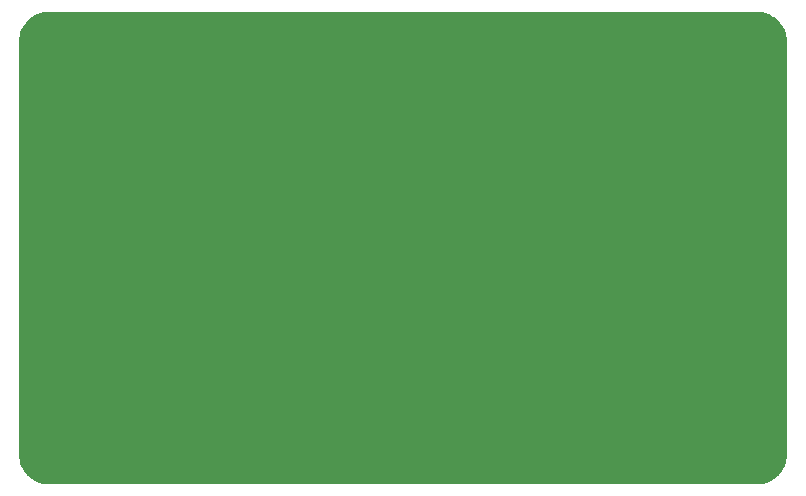
<source format=gbr>
G04 DipTrace 3.1.0.1*
G04 TAS5805Mbis2.Board.gbr*
%MOIN*%
G04 #@! TF.FileFunction,Drawing,Board polygon*
G04 #@! TF.Part,Single*
%FSLAX26Y26*%
G04*
G70*
G90*
G75*
G01*
G04 BoardPoly*
%LPD*%
G36*
X2953071Y492441D2*
X2952598Y482795D1*
X2951181Y473228D1*
X2948819Y463858D1*
X2945591Y454764D1*
X2941457Y446063D1*
X2936496Y437756D1*
X2930748Y430000D1*
X2925669Y424409D1*
X2924252Y422835D1*
X2917087Y416339D1*
X2909331Y410591D1*
X2908346Y410000D1*
X2901024Y405630D1*
X2892323Y401496D1*
X2883228Y398268D1*
X2873858Y395906D1*
X2864291Y394488D1*
X2854646Y394016D1*
X492441D1*
X489449Y394160D1*
X482795Y394488D1*
X473228Y395906D1*
X463858Y398268D1*
X454764Y401496D1*
X446063Y405630D1*
X437756Y410591D1*
X430000Y416339D1*
X422835Y422835D1*
X421404Y424409D1*
X416339Y430000D1*
X410591Y437756D1*
X405630Y446063D1*
X401496Y454764D1*
X398268Y463858D1*
X395906Y473228D1*
X394488Y482795D1*
X394016Y492441D1*
Y498898D1*
Y505039D1*
Y585669D1*
Y590866D1*
Y1771969D1*
Y1795118D1*
Y1870394D1*
X394278Y1875748D1*
X394488Y1880039D1*
X395906Y1889606D1*
X398268Y1898976D1*
X401496Y1908071D1*
X405630Y1916772D1*
X410591Y1925079D1*
X416339Y1932835D1*
X422835Y1940000D1*
X430000Y1946496D1*
X437756Y1952244D1*
X446063Y1957205D1*
X454764Y1961339D1*
X463858Y1964567D1*
X473228Y1966929D1*
X482795Y1968346D1*
X489449Y1968675D1*
X492441Y1968819D1*
X2854646D1*
X2864291Y1968346D1*
X2873858Y1966929D1*
X2883228Y1964567D1*
X2892323Y1961339D1*
X2901024Y1957205D1*
X2908346Y1952835D1*
X2909331Y1952244D1*
X2917087Y1946496D1*
X2924252Y1940000D1*
X2930709Y1932835D1*
X2936496Y1925079D1*
X2941457Y1916772D1*
X2945591Y1908071D1*
X2948819Y1898976D1*
X2951181Y1889606D1*
X2952598Y1880039D1*
X2952808Y1875748D1*
X2953071Y1870394D1*
Y1863937D1*
Y1858675D1*
Y1853793D1*
Y1848465D1*
Y1843465D1*
Y1837913D1*
Y1832769D1*
Y1826916D1*
Y1820958D1*
Y1814659D1*
Y1771969D1*
Y590866D1*
Y585669D1*
Y505039D1*
Y492441D1*
G37*
M02*

</source>
